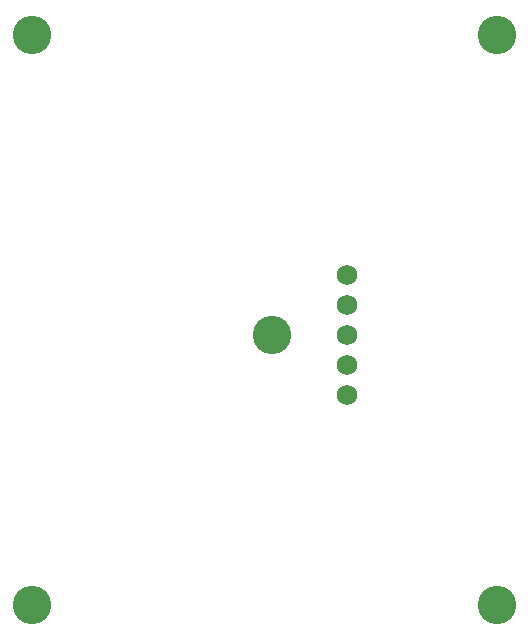
<source format=gbs>
G75*
G70*
%OFA0B0*%
%FSLAX24Y24*%
%IPPOS*%
%LPD*%
%AMOC8*
5,1,8,0,0,1.08239X$1,22.5*
%
%ADD10C,0.0680*%
%ADD11C,0.1280*%
D10*
X012150Y008650D03*
X012150Y009650D03*
X012150Y010650D03*
X012150Y011650D03*
X012150Y012650D03*
D11*
X001650Y001650D03*
X009650Y010650D03*
X017150Y001650D03*
X017150Y020650D03*
X001650Y020650D03*
M02*

</source>
